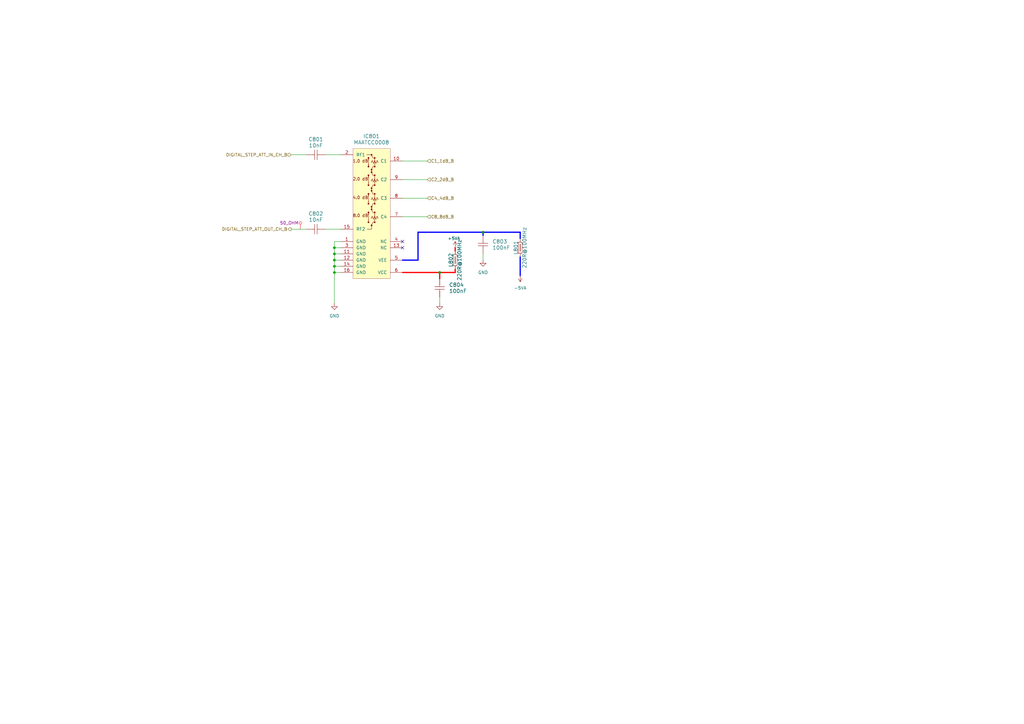
<source format=kicad_sch>
(kicad_sch (version 20250114) (generator "eeschema") (generator_version "9.0")
  (paper "A3")
  (title_block (date "2025-04-16") (company "CERN") (comment 1 "Design by A. Jevtic"))
  (lib_symbols
    (symbol "CERN:Analog & Interface/MAATCC0008" (pin_names (offset 1.27))
      (property "Reference" "IC" (at 7.62 1.27 0))
      (property "Value" "${DEVICE}" (at 7.62 -54.61 0))
      (symbol "Analog & Interface/MAATCC0008_1_0"
        (polyline (pts (xy 5.08 -5.588) (xy 4.826 -5.588)))
        (polyline (pts (xy 5.08 -13.208) (xy 4.826 -13.208)))
        (polyline (pts (xy 5.08 -20.828) (xy 4.826 -20.828)))
        (polyline (pts (xy 5.08 -28.448) (xy 4.826 -28.448)))
        (polyline (pts (xy 5.334 -4.826) (xy 5.08 -5.588)))
        (polyline (pts (xy 5.334 -4.826) (xy 5.842 -6.096) (xy 6.35 -4.826)))
        (polyline (pts (xy 5.334 -12.446) (xy 5.08 -13.208)))
        (polyline (pts (xy 5.334 -12.446) (xy 5.842 -13.716) (xy 6.35 -12.446)))
        (polyline (pts (xy 5.334 -20.066) (xy 5.08 -20.828)))
        (polyline (pts (xy 5.334 -20.066) (xy 5.842 -21.336) (xy 6.35 -20.066)))
        (polyline (pts (xy 5.334 -27.686) (xy 5.08 -28.448)))
        (polyline (pts (xy 5.334 -27.686) (xy 5.842 -28.956) (xy 6.35 -27.686)))
        (circle (center 6.35 -3.81) (radius 0.254) (fill (type outline)))
        (polyline (pts (xy 6.35 -7.112) (xy 6.35 -4.064)))
        (circle (center 6.35 -7.366) (radius 0.254) (fill (type outline)))
        (circle (center 6.35 -10.922) (radius 0.254) (fill (type outline)))
        (polyline (pts (xy 6.35 -14.732) (xy 6.35 -11.176)))
        (circle (center 6.35 -14.986) (radius 0.254) (fill (type outline)))
        (circle (center 6.35 -18.542) (radius 0.254) (fill (type outline)))
        (polyline (pts (xy 6.35 -22.352) (xy 6.35 -18.796)))
        (circle (center 6.35 -22.606) (radius 0.254) (fill (type outline)))
        (circle (center 6.35 -26.162) (radius 0.254) (fill (type outline)))
        (polyline (pts (xy 6.35 -29.972) (xy 6.35 -26.416)))
        (circle (center 6.35 -30.226) (radius 0.254) (fill (type outline)))
        (polyline (pts (xy 6.858 -4.064) (xy 7.62 -2.794)))
        (polyline (pts (xy 6.858 -11.176) (xy 7.62 -9.906)))
        (polyline (pts (xy 6.858 -18.796) (xy 7.62 -17.526)))
        (polyline (pts (xy 6.858 -26.416) (xy 7.62 -25.146)))
        (polyline (pts (xy 7.366 -4.826) (xy 7.62 -5.588)))
        (polyline (pts (xy 7.366 -4.826) (xy 6.858 -6.096) (xy 6.35 -4.826)))
        (polyline (pts (xy 7.366 -12.446) (xy 7.62 -13.208)))
        (polyline (pts (xy 7.366 -12.446) (xy 6.858 -13.716) (xy 6.35 -12.446)))
        (polyline (pts (xy 7.366 -20.066) (xy 7.62 -20.828)))
        (polyline (pts (xy 7.366 -20.066) (xy 6.858 -21.336) (xy 6.35 -20.066)))
        (polyline (pts (xy 7.366 -27.686) (xy 7.62 -28.448)))
        (polyline (pts (xy 7.366 -27.686) (xy 6.858 -28.956) (xy 6.35 -27.686)))
        (circle (center 7.62 -2.54) (radius 0.254) (fill (type outline)))
        (polyline (pts (xy 7.62 -5.588) (xy 7.874 -5.588)))
        (polyline (pts (xy 7.62 -8.382) (xy 6.858 -7.112)))
        (circle (center 7.62 -8.636) (radius 0.254) (fill (type outline)))
        (polyline (pts (xy 7.62 -8.89) (xy 7.62 -9.398)))
        (circle (center 7.62 -9.652) (radius 0.254) (fill (type outline)))
        (polyline (pts (xy 7.62 -13.208) (xy 7.874 -13.208)))
        (polyline (pts (xy 7.62 -16.002) (xy 6.858 -14.732)))
        (circle (center 7.62 -16.256) (radius 0.254) (fill (type outline)))
        (polyline (pts (xy 7.62 -16.51) (xy 7.62 -17.018)))
        (circle (center 7.62 -17.272) (radius 0.254) (fill (type outline)))
        (polyline (pts (xy 7.62 -20.828) (xy 7.874 -20.828)))
        (polyline (pts (xy 7.62 -23.622) (xy 6.858 -22.352)))
        (circle (center 7.62 -23.876) (radius 0.254) (fill (type outline)))
        (polyline (pts (xy 7.62 -24.13) (xy 7.62 -24.638)))
        (circle (center 7.62 -24.892) (radius 0.254) (fill (type outline)))
        (polyline (pts (xy 7.62 -28.448) (xy 7.874 -28.448)))
        (polyline (pts (xy 7.62 -31.242) (xy 6.858 -29.972)))
        (circle (center 7.62 -31.496) (radius 0.254) (fill (type outline)))
        (polyline (pts (xy 7.62 -31.75) (xy 7.62 -33.02) (xy 9.398 -33.02)))
        (circle (center 8.89 -3.81) (radius 0.254) (fill (type outline)))
        (polyline (pts (xy 8.89 -4.064) (xy 8.89 -4.826)))
        (polyline (pts (xy 8.89 -4.064) (xy 8.89 -7.112)))
        (polyline (pts (xy 8.89 -6.35) (xy 8.89 -7.112)))
        (circle (center 8.89 -7.366) (radius 0.254) (fill (type outline)))
        (circle (center 8.89 -10.922) (radius 0.254) (fill (type outline)))
        (polyline (pts (xy 8.89 -11.176) (xy 8.89 -11.938)))
        (polyline (pts (xy 8.89 -11.176) (xy 8.89 -14.224)))
        (polyline (pts (xy 8.89 -13.97) (xy 8.89 -14.732)))
        (circle (center 8.89 -14.986) (radius 0.254) (fill (type outline)))
        (circle (center 8.89 -18.542) (radius 0.254) (fill (type outline)))
        (polyline (pts (xy 8.89 -18.796) (xy 8.89 -19.558)))
        (polyline (pts (xy 8.89 -18.796) (xy 8.89 -21.844)))
        (polyline (pts (xy 8.89 -21.59) (xy 8.89 -22.352)))
        (circle (center 8.89 -22.606) (radius 0.254) (fill (type outline)))
        (circle (center 8.89 -26.162) (radius 0.254) (fill (type outline)))
        (polyline (pts (xy 8.89 -26.416) (xy 8.89 -27.178)))
        (polyline (pts (xy 8.89 -26.416) (xy 8.89 -29.464)))
        (polyline (pts (xy 8.89 -29.21) (xy 8.89 -29.972)))
        (circle (center 8.89 -30.226) (radius 0.254) (fill (type outline)))
        (polyline (pts (xy 9.652 -2.54) (xy 7.874 -2.54)))
        (rectangle (start 15.24 0) (end 0 -53.34) (stroke (width 0.0254) (color 128 0 0 1)) (fill (type background)))
        (text "1.0 dB" (at 12.192 -5.08 0) (effects (font (size 1.2192 1.2192))))
        (text "2.0 dB" (at 12.192 -12.446 0) (effects (font (size 1.2192 1.2192))))
        (text "4.0 dB" (at 12.192 -20.066 0) (effects (font (size 1.2192 1.2192))))
        (text "8.0 dB" (at 12.192 -27.432 0) (effects (font (size 1.2192 1.2192))))
        (pin input line (at -5.08 -5.08 0) (length 5.08) (name "C1") (number "10"))
        (pin input line (at -5.08 -12.7 0) (length 5.08) (name "C2") (number "9"))
        (pin input line (at -5.08 -20.32 0) (length 5.08) (name "C3") (number "8"))
        (pin input line (at -5.08 -27.94 0) (length 5.08) (name "C4") (number "7"))
        (pin passive line (at -5.08 -38.1 0) (length 5.08) (name "NC") (number "4"))
        (pin passive line (at -5.08 -40.64 0) (length 5.08) (name "NC") (number "13"))
        (pin power_in line (at -5.08 -45.72 0) (length 5.08) (name "VEE") (number "5"))
        (pin power_in line (at -5.08 -50.8 0) (length 5.08) (name "VCC") (number "6"))
        (pin power_in line (at 20.32 -2.54 180) (length 5.08) (name "RF1") (number "2"))
        (pin input line (at 20.32 -33.02 180) (length 5.08) (name "RF2") (number "15"))
        (pin power_in line (at 20.32 -38.1 180) (length 5.08) (name "GND") (number "1"))
        (pin power_in line (at 20.32 -40.64 180) (length 5.08) (name "GND") (number "3"))
        (pin power_in line (at 20.32 -43.18 180) (length 5.08) (name "GND") (number "11"))
        (pin power_in line (at 20.32 -45.72 180) (length 5.08) (name "GND") (number "12"))
        (pin power_in line (at 20.32 -48.26 180) (length 5.08) (name "GND") (number "14"))
        (pin power_in line (at 20.32 -50.8 180) (length 5.08) (name "GND") (number "16"))
      )
    )
    (symbol "CERN:Capacitors SMD/CC0402_100NF_50V_10%_X7R" (pin_numbers (hide yes)) (pin_names (offset 1.27) (hide yes))
      (property "Reference" "C" (at 3.81 3.048 0))
      (property "Value" "100nF" (at 3.81 -3.048 0))
      (symbol "Capacitors SMD/CC0402_100NF_50V_10%_X7R_1_0"
        (polyline (pts (xy 2.54 0) (xy 3.302 0)))
        (polyline (pts (xy 3.302 -2.032) (xy 3.302 2.032)))
        (polyline (pts (xy 4.318 2.032) (xy 4.318 -2.032)))
        (polyline (pts (xy 5.08 0) (xy 4.318 0)))
        (pin passive line (at 0 0 0) (length 2.54) (name "1") (number "1"))
        (pin passive line (at 7.62 0 180) (length 2.54) (name "2") (number "2"))
      )
    )
    (symbol "CERN:Capacitors SMD/CC0402_10NF_50V_5%_X7R" (pin_numbers (hide yes)) (pin_names (offset 1.27) (hide yes))
      (property "Reference" "C" (at 3.81 3.048 0))
      (property "Value" "10nF" (at 3.81 -3.048 0))
      (symbol "Capacitors SMD/CC0402_10NF_50V_5%_X7R_1_0"
        (polyline (pts (xy 2.54 0) (xy 3.302 0)))
        (polyline (pts (xy 3.302 -2.032) (xy 3.302 2.032)))
        (polyline (pts (xy 4.318 2.032) (xy 4.318 -2.032)))
        (polyline (pts (xy 5.08 0) (xy 4.318 0)))
        (pin passive line (at 0 0 0) (length 2.54) (name "1") (number "1"))
        (pin passive line (at 7.62 0 180) (length 2.54) (name "2") (number "2"))
      )
    )
    (symbol "CERN:Inductors SMD/IND0603_MURATA_BLM18SG221TN1 [alt]" (pin_numbers (hide yes)) (pin_names (offset 1.27) (hide yes))
      (property "Reference" "L" (at 3.81 1.778 0))
      (property "Value" "220R@100MHz" (at 3.81 -1.778 0))
      (symbol "Inductors SMD/IND0603_MURATA_BLM18SG221TN1 [alt]_1_0"
        (polyline (pts (xy 1.524 0.762) (xy 1.524 -0.762)))
        (polyline (pts (xy 1.524 -0.762) (xy 6.096 -0.762)))
        (rectangle (start 5.334 0.127) (end 2.286 -0.127) (stroke (width -0.0001)) (fill (type outline)))
        (polyline (pts (xy 6.096 0.762) (xy 1.524 0.762)))
        (polyline (pts (xy 6.096 -0.762) (xy 6.096 0.762)))
        (pin passive line (at 0 0 0) (length 1.524) (name "1") (number "1"))
        (pin passive line (at 7.62 0 180) (length 1.524) (name "2") (number "2"))
      )
    )
    (symbol "power:+5VA" (power) (pin_numbers (hide yes)) (pin_names (offset 0) (hide yes))
      (property "Value" "+5VA" (at 0 3.556 0))
      (symbol "+5VA_0_1"
        (polyline (pts (xy -0.762 1.27) (xy 0 2.54)))
        (polyline (pts (xy 0 2.54) (xy 0.762 1.27)))
        (polyline (pts (xy 0 0) (xy 0 2.54)))
      )
      (symbol "+5VA_1_1"
        (pin power_in line (at 0 0 90) (length 0) (name "~") (number "1"))
      )
    )
    (symbol "power:GND" (power) (pin_numbers (hide yes)) (pin_names (offset 0) (hide yes))
      (property "Value" "GND" (at 0 -3.81 0))
      (symbol "GND_0_1"
        (polyline (pts (xy 0 0) (xy 0 -1.27) (xy 1.27 -1.27) (xy 0 -2.54) (xy -1.27 -1.27) (xy 0 -1.27)))
      )
      (symbol "GND_1_1"
        (pin power_in line (at 0 0 270) (length 0) (name "~") (number "1"))
      )
    )
  )
  (junction (at 137.16 101.6))
  (junction (at 137.16 106.68))
  (junction (at 137.16 109.22))
  (junction (at 137.16 111.76))
  (junction (at 137.16 104.14))
  (junction (at 180.34 111.76))
  (junction (at 198.12 95.25))
  (no_connect (at 165.1 99.06))
  (no_connect (at 165.1 101.6))
  (wire (pts (xy 119.38 93.98) (xy 125.73 93.98)))
  (wire (pts (xy 165.1 73.66) (xy 175.26 73.66)))
  (wire (pts (xy 180.34 111.76) (xy 180.34 114.3)) (stroke (width 0.508) (color 255 0 0 1)))
  (wire (pts (xy 137.16 109.22) (xy 137.16 111.76)))
  (wire (pts (xy 137.16 106.68) (xy 137.16 109.22)))
  (wire (pts (xy 165.1 106.68) (xy 171.45 106.68)) (stroke (width 0.508) (color 0 0 255 1)))
  (wire (pts (xy 186.69 110.49) (xy 186.69 111.76)) (stroke (width 0.508) (color 255 0 0 1)))
  (wire (pts (xy 171.45 95.25) (xy 171.45 106.68)) (stroke (width 0.508) (color 0 0 255 1)))
  (wire (pts (xy 165.1 66.04) (xy 175.26 66.04)))
  (wire (pts (xy 137.16 104.14) (xy 137.16 106.68)))
  (wire (pts (xy 137.16 99.06) (xy 137.16 101.6)))
  (wire (pts (xy 186.69 111.76) (xy 180.34 111.76)) (stroke (width 0.508) (color 255 0 0 1)))
  (wire (pts (xy 165.1 111.76) (xy 180.34 111.76)) (stroke (width 0.508) (color 255 0 0 1)))
  (wire (pts (xy 119.38 63.5) (xy 125.73 63.5)))
  (wire (pts (xy 137.16 101.6) (xy 137.16 104.14)))
  (wire (pts (xy 186.69 101.6) (xy 186.69 102.87)) (stroke (width 0.508) (color 255 0 0 1)))
  (wire (pts (xy 165.1 88.9) (xy 175.26 88.9)))
  (wire (pts (xy 133.35 93.98) (xy 139.7 93.98)))
  (wire (pts (xy 137.16 106.68) (xy 139.7 106.68)))
  (wire (pts (xy 213.36 97.79) (xy 213.36 95.25)) (stroke (width 0.508) (color 0 0 255 1)))
  (wire (pts (xy 137.16 99.06) (xy 139.7 99.06)))
  (wire (pts (xy 137.16 111.76) (xy 137.16 124.46)))
  (wire (pts (xy 137.16 111.76) (xy 139.7 111.76)))
  (wire (pts (xy 137.16 101.6) (xy 139.7 101.6)))
  (wire (pts (xy 198.12 95.25) (xy 213.36 95.25)) (stroke (width 0.508) (color 0 0 255 1)))
  (wire (pts (xy 137.16 109.22) (xy 139.7 109.22)))
  (wire (pts (xy 198.12 95.25) (xy 198.12 96.52)) (stroke (width 0.508) (color 0 0 255 1)))
  (wire (pts (xy 133.35 63.5) (xy 139.7 63.5)))
  (wire (pts (xy 137.16 104.14) (xy 139.7 104.14)))
  (wire (pts (xy 165.1 81.28) (xy 175.26 81.28)))
  (wire (pts (xy 171.45 95.25) (xy 198.12 95.25)) (stroke (width 0.508) (color 0 0 255 1)))
  (wire (pts (xy 213.36 105.41) (xy 213.36 113.03)) (stroke (width 0.508) (color 0 0 255 1)))
  (wire (pts (xy 198.12 104.14) (xy 198.12 106.68)))
  (wire (pts (xy 180.34 121.92) (xy 180.34 124.46)))
  (hierarchical_label "DIGITAL_STEP_ATT_OUT_CH_B" (shape output) (at 119.38 93.98 180))
  (hierarchical_label "C2_2dB_B" (shape input) (at 175.26 73.66 0))
  (hierarchical_label "C4_4dB_B" (shape input) (at 175.26 81.28 0))
  (hierarchical_label "DIGITAL_STEP_ATT_IN_CH_B" (shape input) (at 119.38 63.5 180))
  (hierarchical_label "C1_1dB_B" (shape input) (at 175.26 66.04 0))
  (hierarchical_label "C8_8dB_B" (shape input) (at 175.26 88.9 0))
  (netclass_flag "" (length 2.54) (shape round) (at 123.19 93.98 0) (property "Netclass" "50_OHM" (at 122.4915 91.44 0) (effects (justify right))))
  (symbol (lib_id "CERN:Analog & Interface/MAATCC0008") (at 160.02 60.96 0) (mirror y) (unit 1)
    (property "Reference" "IC801" (at 152.3385 55.88 0) (effects (font (size 1.524 1.524))))
    (property "Value" "${DEVICE}" (at 152.3385 58.42 0) (effects (font (size 1.524 1.524))))
    (property "Footprint" "ICs And Semiconductors SMD:SOIC127P600X175-16N" (effects (hide yes)))
    (property "Datasheet" "${CERN_DATASHEET_DIR}\\MAATCC0008.pdf" (effects (hide yes)))
    (property "Description" "Digital Attenuator, 15.0 dB, 4-Bit, TTL Driver, DC-3.0 GHz" (effects (hide yes)))
    (property "Manufacturer" "MACOM" (effects (hide yes)))
    (property "Part Number" "MAATCC0008" (effects (hide yes)))
    (property "Comment" "MAATCC0008" (effects (hide yes)))
    (property "Component Kind" "Standard" (effects (hide yes)))
    (property "Component Type" "Standard" (effects (hide yes)))
    (property "Device" "MAATCC0008" (effects (hide yes)))
    (property "PackageDescription" "SOIC 16, Pitch 1.27mm - Body 4x10mm, IPC Medium Density" (effects (hide yes)))
    (property "Part Description" "Digital Attenuator, 15.0 dB, 4-Bit, TTL Driver, DC-3.0 GHz" (effects (hide yes)))
    (property "Manufacturer Part Number" "MAATCC0008" (effects (hide yes)))
    (property "Pin Count" "16" (effects (hide yes)))
    (property "Case" "SOIC16" (effects (hide yes)))
    (property "Mounted" "Yes" (effects (hide yes)))
    (property "Socket" "No" (effects (hide yes)))
    (property "SMD" "Yes" (effects (hide yes)))
    (property "PressFit" "No" (effects (hide yes)))
    (property "Sense" "No" (effects (hide yes)))
    (property "Bonding" "No" (effects (hide yes)))
    (property "ComponentHeight" "1.45mm" (effects (hide yes)))
    (property "Author" "CERN DEM HF" (effects (hide yes)))
    (property "HelpURL" "\\\\cern.ch\\dfs\\Applications\\Altium\\Datasheets\\MAATCC0008.pdf" (effects (hide yes)))
    (property "CreateDate" "2025-08-28 00:00:00 +0000" (effects (hide yes)))
    (property "LatestRevisionDate" "2025-08-28 00:00:00 +0000" (effects (hide yes)))
    (property "LibSymbol" "Analog & Interface:MAATCC0008" (effects (hide yes)))
    (property "LibFootprint" "ICs And Semiconductors SMD:SOIC127P600X175-16N" (effects (hide yes)))
    (property "Database Name" "ICs And Semiconductors" (effects (hide yes)))
    (property "Database Table Name" "Analog & Interface" (effects (hide yes)))
    (property "Part Number Nocolon" "MAATCC0008" (effects (hide yes)))
  )
  (symbol (lib_id "power:+5VA") (at 213.36 113.03 180) (unit 1)
    (property "Reference" "#PWR0804" (effects (hide yes)))
    (property "Value" "-5VA" (at 213.36 118.11 0))
    (property "Description" "Power symbol creates a global label with name \"+5VA\"" (effects (hide yes)))
  )
  (symbol (lib_id "power:GND") (at 198.12 106.68 0) (unit 1)
    (property "Reference" "#PWR0802" (effects (hide yes)))
    (property "Value" "GND" (at 198.12 111.76 0))
    (property "Description" "Power symbol creates a global label with name \"GND\" , ground" (effects (hide yes)))
  )
  (symbol (lib_id "CERN:Capacitors SMD/CC0402_100NF_50V_10%_X7R") (at 180.34 121.92 90) (unit 1)
    (property "Reference" "C804" (at 184.15 116.8399 90) (effects (font (size 1.524 1.524)) (justify right)))
    (property "Value" "100nF" (at 184.15 119.3799 90) (effects (font (size 1.524 1.524)) (justify right)))
    (property "Footprint" "Capacitors SMD:CAPC1005X55N" (effects (hide yes)))
    (property "Datasheet" "${CERN_DATASHEET_DIR}\\CC0402_MURATA_GRM155R71H104KE14D.pdf" (effects (hide yes)))
    (property "Description" "SMD Multilayer Chip Ceramic Capacitor" (effects (hide yes)))
    (property "Manufacturer" "GENERIC" (effects (hide yes)))
    (property "Part Number" "CC0402_100NF_50V_10%_X7R" (effects (hide yes)))
    (property "Comment" "100nF" (effects (hide yes)))
    (property "Component Kind" "Standard" (effects (hide yes)))
    (property "Component Type" "Standard" (effects (hide yes)))
    (property "Pin Count" "2" (effects (hide yes)))
    (property "Status" "None" (effects (hide yes)))
    (property "Voltage" "50V" (effects (hide yes)))
    (property "TC" "X7R" (effects (hide yes)))
    (property "Tolerance" "±10%" (effects (hide yes)))
    (property "Part Description" "SMD Multilayer Chip Ceramic Capacitor" (effects (hide yes)))
    (property "Manufacturer Part Number" "CC0402_100NF_50V_10%_X7R" (effects (hide yes)))
    (property "Case" "0402" (effects (hide yes)))
    (property "Mounted" "Yes" (effects (hide yes)))
    (property "Socket" "No" (effects (hide yes)))
    (property "SMD" "Yes" (effects (hide yes)))
    (property "Sense" "No" (effects (hide yes)))
    (property "Manufacturer1 Example" "MURATA" (effects (hide yes)))
    (property "Manufacturer1 Part Number" "GRM155R71H104KE14D" (effects (hide yes)))
    (property "Manufacturer1 ComponentHeight" "0.55mm" (effects (hide yes)))
    (property "HelpURL" "\\\\cern.ch\\dfs\\Applications\\Altium\\Datasheets\\CC0402_MURATA_GRM155R71H104KE14D.pdf" (effects (hide yes)))
    (property "Author" "CERN DEM MR" (effects (hide yes)))
    (property "CreateDate" "2017-06-30 00:00:00 +0000" (effects (hide yes)))
    (property "LatestRevisionDate" "2017-06-30 00:00:00 +0000" (effects (hide yes)))
    (property "LibSymbol" "Capacitors:Capacitor - non polarized" (effects (hide yes)))
    (property "LibFootprint" "Capacitors SMD:CAPC1005X55N" (effects (hide yes)))
    (property "Database Name" "Capacitors" (effects (hide yes)))
    (property "Database Table Name" "Capacitors SMD" (effects (hide yes)))
    (property "Part Number Nocolon" "CC0402_100NF_50V_10%_X7R" (effects (hide yes)))
  )
  (symbol (lib_id "power:+5VA") (at 186.69 101.6 0) (unit 1)
    (property "Reference" "#PWR0801" (effects (hide yes)))
    (property "Value" "+5VA" (at 186.182 97.79 0))
    (property "Description" "Power symbol creates a global label with name \"+5VA\"" (effects (hide yes)))
  )
  (symbol (lib_id "CERN:Inductors SMD/IND0603_MURATA_BLM18SG221TN1 [alt]") (at 186.69 102.87 90) (mirror x) (unit 1)
    (property "Reference" "L802" (at 184.912 106.68 0) (effects (font (size 1.524 1.524))))
    (property "Value" "220R@100MHz" (at 188.468 106.68 0) (effects (font (size 1.524 1.524))))
    (property "Footprint" "Inductors SMD:INDC1608X95N" (effects (hide yes)))
    (property "Datasheet" "${CERN_DATASHEET_DIR}\\IND0603_MURATA_BLM18S.pdf" (effects (hide yes)))
    (property "Description" "SMD EMIFIL Suppression Chip Ferrite Bead" (effects (hide yes)))
    (property "Manufacturer" "MURATA" (effects (hide yes)))
    (property "Comment" "220R@100MHz" (effects (hide yes)))
    (property "Component Kind" "Standard" (effects (hide yes)))
    (property "Component Type" "Standard" (effects (hide yes)))
    (property "Pin Count" "2" (effects (hide yes)))
    (property "Power" "2.5A" (effects (hide yes)))
    (property "Resistance" "0.04R" (effects (hide yes)))
    (property "Tolerance" "±25%" (effects (hide yes)))
    (property "Part Description" "SMD EMIFIL Suppression Chip Ferrite Bead" (effects (hide yes)))
    (property "Manufacturer Part Number" "BLM18SG221TN1" (effects (hide yes)))
    (property "Case" "0603" (effects (hide yes)))
    (property "Mounted" "Yes" (effects (hide yes)))
    (property "Socket" "No" (effects (hide yes)))
    (property "SMD" "Yes" (effects (hide yes)))
    (property "Sense" "No" (effects (hide yes)))
    (property "ComponentHeight" "0.95mm" (effects (hide yes)))
    (property "HelpURL" "\\\\cern.ch\\dfs\\Applications\\Altium\\Datasheets\\IND0603_MURATA_BLM18S.pdf" (effects (hide yes)))
    (property "Author" "CERN DEM MR" (effects (hide yes)))
    (property "CreateDate" "2016-01-08 00:00:00 +0000" (effects (hide yes)))
    (property "LatestRevisionDate" "2018-10-25 00:00:00 +0000" (effects (hide yes)))
    (property "LibSymbol" "Inductors & Transformers:Ferrite Bead [alt]" (effects (hide yes)))
    (property "LibFootprint" "Inductors SMD:INDC1608X95N" (effects (hide yes)))
    (property "Part Number" "IND0603_MURATA_BLM18SG221TN1" (effects (hide yes)))
    (property "Database Name" "Inductors & Transformers" (effects (hide yes)))
    (property "Database Table Name" "Inductors SMD" (effects (hide yes)))
    (property "Part Number Nocolon" "IND0603_MURATA_BLM18SG221TN1 [alt]" (effects (hide yes)))
  )
  (symbol (lib_id "CERN:Capacitors SMD/CC0402_10NF_50V_5%_X7R") (at 133.35 63.5 0) (mirror y) (unit 1)
    (property "Reference" "C801" (at 129.54 57.15 0) (effects (font (size 1.524 1.524))))
    (property "Value" "10nF" (at 129.54 59.69 0) (effects (font (size 1.524 1.524))))
    (property "Footprint" "Capacitors SMD:CAPC1005X55N" (effects (hide yes)))
    (property "Datasheet" "${CERN_DATASHEET_DIR}\\CC0402_X7R_KEMET.pdf" (effects (hide yes)))
    (property "Description" "SMD Multilayer Chip Ceramic Capacitor" (effects (hide yes)))
    (property "Manufacturer" "GENERIC" (effects (hide yes)))
    (property "Comment" "10nF" (effects (hide yes)))
    (property "Component Kind" "Standard" (effects (hide yes)))
    (property "Component Type" "Standard" (effects (hide yes)))
    (property "Pin Count" "2" (effects (hide yes)))
    (property "Status" "Preferred" (effects (hide yes)))
    (property "Voltage" "50V" (effects (hide yes)))
    (property "TC" "X7R" (effects (hide yes)))
    (property "Tolerance" "±5%" (effects (hide yes)))
    (property "Part Description" "SMD Multilayer Chip Ceramic Capacitor" (effects (hide yes)))
    (property "Manufacturer Part Number" "CC0402_10NF_50V_5%_X7R" (effects (hide yes)))
    (property "Case" "0402" (effects (hide yes)))
    (property "Mounted" "Yes" (effects (hide yes)))
    (property "Socket" "No" (effects (hide yes)))
    (property "SMD" "Yes" (effects (hide yes)))
    (property "Sense" "No" (effects (hide yes)))
    (property "Manufacturer1 Example" "KEMET" (effects (hide yes)))
    (property "Manufacturer1 Part Number" "C0402C103J5RAC" (effects (hide yes)))
    (property "Manufacturer1 ComponentHeight" "0.55mm" (effects (hide yes)))
    (property "HelpURL" "\\\\cern.ch\\dfs\\Applications\\Altium\\Datasheets\\CC0402_X7R_KEMET.pdf" (effects (hide yes)))
    (property "Author" "CERN DEM BC" (effects (hide yes)))
    (property "CreateDate" "2020-07-15 00:00:00 +0000" (effects (hide yes)))
    (property "LatestRevisionDate" "2020-07-15 00:00:00 +0000" (effects (hide yes)))
    (property "LibSymbol" "Capacitors:Capacitor - non polarized" (effects (hide yes)))
    (property "LibFootprint" "Capacitors SMD:CAPC1005X55N" (effects (hide yes)))
    (property "Part Number" "CC0402_10NF_50V_5%_X7R" (effects (hide yes)))
    (property "Database Name" "Capacitors" (effects (hide yes)))
    (property "Database Table Name" "Capacitors SMD" (effects (hide yes)))
    (property "Part Number Nocolon" "CC0402_10NF_50V_5%_X7R" (effects (hide yes)))
  )
  (symbol (lib_id "CERN:Capacitors SMD/CC0402_10NF_50V_5%_X7R") (at 133.35 93.98 0) (mirror y) (unit 1)
    (property "Reference" "C802" (at 129.54 87.63 0) (effects (font (size 1.524 1.524))))
    (property "Value" "10nF" (at 129.54 90.17 0) (effects (font (size 1.524 1.524))))
    (property "Footprint" "Capacitors SMD:CAPC1005X55N" (effects (hide yes)))
    (property "Datasheet" "${CERN_DATASHEET_DIR}\\CC0402_X7R_KEMET.pdf" (effects (hide yes)))
    (property "Description" "SMD Multilayer Chip Ceramic Capacitor" (effects (hide yes)))
    (property "Manufacturer" "GENERIC" (effects (hide yes)))
    (property "Comment" "10nF" (effects (hide yes)))
    (property "Component Kind" "Standard" (effects (hide yes)))
    (property "Component Type" "Standard" (effects (hide yes)))
    (property "Pin Count" "2" (effects (hide yes)))
    (property "Status" "Preferred" (effects (hide yes)))
    (property "Voltage" "50V" (effects (hide yes)))
    (property "TC" "X7R" (effects (hide yes)))
    (property "Tolerance" "±5%" (effects (hide yes)))
    (property "Part Description" "SMD Multilayer Chip Ceramic Capacitor" (effects (hide yes)))
    (property "Manufacturer Part Number" "CC0402_10NF_50V_5%_X7R" (effects (hide yes)))
    (property "Case" "0402" (effects (hide yes)))
    (property "Mounted" "Yes" (effects (hide yes)))
    (property "Socket" "No" (effects (hide yes)))
    (property "SMD" "Yes" (effects (hide yes)))
    (property "Sense" "No" (effects (hide yes)))
    (property "Manufacturer1 Example" "KEMET" (effects (hide yes)))
    (property "Manufacturer1 Part Number" "C0402C103J5RAC" (effects (hide yes)))
    (property "Manufacturer1 ComponentHeight" "0.55mm" (effects (hide yes)))
    (property "HelpURL" "\\\\cern.ch\\dfs\\Applications\\Altium\\Datasheets\\CC0402_X7R_KEMET.pdf" (effects (hide yes)))
    (property "Author" "CERN DEM BC" (effects (hide yes)))
    (property "CreateDate" "2020-07-15 00:00:00 +0000" (effects (hide yes)))
    (property "LatestRevisionDate" "2020-07-15 00:00:00 +0000" (effects (hide yes)))
    (property "LibSymbol" "Capacitors:Capacitor - non polarized" (effects (hide yes)))
    (property "LibFootprint" "Capacitors SMD:CAPC1005X55N" (effects (hide yes)))
    (property "Part Number" "CC0402_10NF_50V_5%_X7R" (effects (hide yes)))
    (property "Database Name" "Capacitors" (effects (hide yes)))
    (property "Database Table Name" "Capacitors SMD" (effects (hide yes)))
    (property "Part Number Nocolon" "CC0402_10NF_50V_5%_X7R" (effects (hide yes)))
  )
  (symbol (lib_id "CERN:Inductors SMD/IND0603_MURATA_BLM18SG221TN1 [alt]") (at 213.36 97.79 90) (mirror x) (unit 1)
    (property "Reference" "L801" (at 211.582 101.6 0) (effects (font (size 1.524 1.524))))
    (property "Value" "220R@100MHz" (at 215.138 101.6 0) (effects (font (size 1.524 1.524))))
    (property "Footprint" "Inductors SMD:INDC1608X95N" (effects (hide yes)))
    (property "Datasheet" "${CERN_DATASHEET_DIR}\\IND0603_MURATA_BLM18S.pdf" (effects (hide yes)))
    (property "Description" "SMD EMIFIL Suppression Chip Ferrite Bead" (effects (hide yes)))
    (property "Manufacturer" "MURATA" (effects (hide yes)))
    (property "Comment" "220R@100MHz" (effects (hide yes)))
    (property "Component Kind" "Standard" (effects (hide yes)))
    (property "Component Type" "Standard" (effects (hide yes)))
    (property "Pin Count" "2" (effects (hide yes)))
    (property "Power" "2.5A" (effects (hide yes)))
    (property "Resistance" "0.04R" (effects (hide yes)))
    (property "Tolerance" "±25%" (effects (hide yes)))
    (property "Part Description" "SMD EMIFIL Suppression Chip Ferrite Bead" (effects (hide yes)))
    (property "Manufacturer Part Number" "BLM18SG221TN1" (effects (hide yes)))
    (property "Case" "0603" (effects (hide yes)))
    (property "Mounted" "Yes" (effects (hide yes)))
    (property "Socket" "No" (effects (hide yes)))
    (property "SMD" "Yes" (effects (hide yes)))
    (property "Sense" "No" (effects (hide yes)))
    (property "ComponentHeight" "0.95mm" (effects (hide yes)))
    (property "HelpURL" "\\\\cern.ch\\dfs\\Applications\\Altium\\Datasheets\\IND0603_MURATA_BLM18S.pdf" (effects (hide yes)))
    (property "Author" "CERN DEM MR" (effects (hide yes)))
    (property "CreateDate" "2016-01-08 00:00:00 +0000" (effects (hide yes)))
    (property "LatestRevisionDate" "2018-10-25 00:00:00 +0000" (effects (hide yes)))
    (property "LibSymbol" "Inductors & Transformers:Ferrite Bead [alt]" (effects (hide yes)))
    (property "LibFootprint" "Inductors SMD:INDC1608X95N" (effects (hide yes)))
    (property "Part Number" "IND0603_MURATA_BLM18SG221TN1" (effects (hide yes)))
    (property "Database Name" "Inductors & Transformers" (effects (hide yes)))
    (property "Database Table Name" "Inductors SMD" (effects (hide yes)))
    (property "Part Number Nocolon" "IND0603_MURATA_BLM18SG221TN1 [alt]" (effects (hide yes)))
  )
  (symbol (lib_id "CERN:Capacitors SMD/CC0402_100NF_50V_10%_X7R") (at 198.12 104.14 90) (unit 1)
    (property "Reference" "C803" (at 201.93 99.0599 90) (effects (font (size 1.524 1.524)) (justify right)))
    (property "Value" "100nF" (at 201.93 101.5999 90) (effects (font (size 1.524 1.524)) (justify right)))
    (property "Footprint" "Capacitors SMD:CAPC1005X55N" (effects (hide yes)))
    (property "Datasheet" "${CERN_DATASHEET_DIR}\\CC0402_MURATA_GRM155R71H104KE14D.pdf" (effects (hide yes)))
    (property "Description" "SMD Multilayer Chip Ceramic Capacitor" (effects (hide yes)))
    (property "Manufacturer" "GENERIC" (effects (hide yes)))
    (property "Part Number" "CC0402_100NF_50V_10%_X7R" (effects (hide yes)))
    (property "Comment" "100nF" (effects (hide yes)))
    (property "Component Kind" "Standard" (effects (hide yes)))
    (property "Component Type" "Standard" (effects (hide yes)))
    (property "Pin Count" "2" (effects (hide yes)))
    (property "Status" "None" (effects (hide yes)))
    (property "Voltage" "50V" (effects (hide yes)))
    (property "TC" "X7R" (effects (hide yes)))
    (property "Tolerance" "±10%" (effects (hide yes)))
    (property "Part Description" "SMD Multilayer Chip Ceramic Capacitor" (effects (hide yes)))
    (property "Manufacturer Part Number" "CC0402_100NF_50V_10%_X7R" (effects (hide yes)))
    (property "Case" "0402" (effects (hide yes)))
    (property "Mounted" "Yes" (effects (hide yes)))
    (property "Socket" "No" (effects (hide yes)))
    (property "SMD" "Yes" (effects (hide yes)))
    (property "Sense" "No" (effects (hide yes)))
    (property "Manufacturer1 Example" "MURATA" (effects (hide yes)))
    (property "Manufacturer1 Part Number" "GRM155R71H104KE14D" (effects (hide yes)))
    (property "Manufacturer1 ComponentHeight" "0.55mm" (effects (hide yes)))
    (property "HelpURL" "\\\\cern.ch\\dfs\\Applications\\Altium\\Datasheets\\CC0402_MURATA_GRM155R71H104KE14D.pdf" (effects (hide yes)))
    (property "Author" "CERN DEM MR" (effects (hide yes)))
    (property "CreateDate" "2017-06-30 00:00:00 +0000" (effects (hide yes)))
    (property "LatestRevisionDate" "2017-06-30 00:00:00 +0000" (effects (hide yes)))
    (property "LibSymbol" "Capacitors:Capacitor - non polarized" (effects (hide yes)))
    (property "LibFootprint" "Capacitors SMD:CAPC1005X55N" (effects (hide yes)))
    (property "Database Name" "Capacitors" (effects (hide yes)))
    (property "Database Table Name" "Capacitors SMD" (effects (hide yes)))
    (property "Part Number Nocolon" "CC0402_100NF_50V_10%_X7R" (effects (hide yes)))
  )
  (symbol (lib_id "power:GND") (at 137.16 124.46 0) (unit 1)
    (property "Reference" "#PWR0803" (effects (hide yes)))
    (property "Value" "GND" (at 137.16 129.54 0))
    (property "Description" "Power symbol creates a global label with name \"GND\" , ground" (effects (hide yes)))
  )
  (symbol (lib_id "power:GND") (at 180.34 124.46 0) (unit 1)
    (property "Reference" "#PWR0805" (effects (hide yes)))
    (property "Value" "GND" (at 180.34 129.54 0))
    (property "Description" "Power symbol creates a global label with name \"GND\" , ground" (effects (hide yes)))
  )
)
</source>
